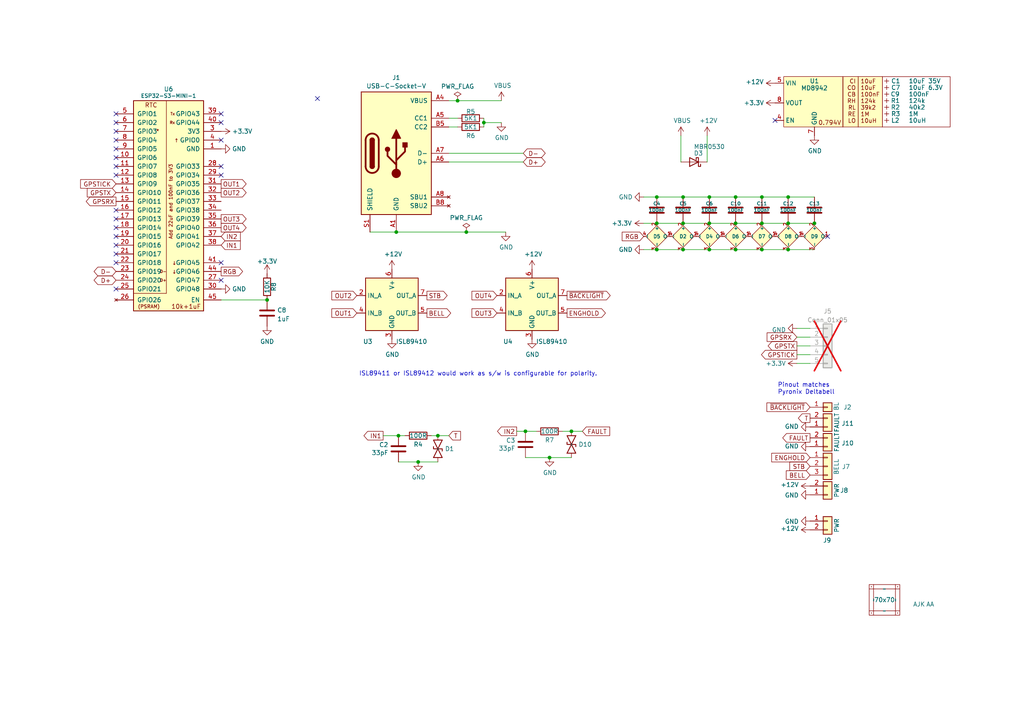
<source format=kicad_sch>
(kicad_sch (version 20250114) (generator "eeschema") (generator_version "9.0")
  (paper "A4")
  (title_block (title "bell box control") (date "${DATE}") (rev "2") (company "Adrian Kennard Andrews & Arnold Ltd") (comment 1 "@TheRealRevK") (comment 2 "www.me.uk"))
  (lib_symbols
    (symbol "Connector_Generic:Conn_01x01" (pin_names (offset 1.016) (hide yes))
      (property "Reference" "J" (at 0 2.54 0))
      (property "Value" "Conn_01x01" (at 0 -2.54 0))
      (symbol "Conn_01x01_1_1"
        (rectangle (start -1.27 1.27) (end 1.27 -1.27) (stroke (width 0.254)) (fill (type background)))
        (rectangle (start -1.27 0.127) (end 0 -0.127) (stroke (width 0.1524)))
        (pin passive line (at -5.08 0 0) (length 3.81) (name "Pin_1") (number "1"))
      )
    )
    (symbol "Connector_Generic:Conn_01x02" (pin_names (offset 1.016) (hide yes))
      (property "Reference" "J" (at 0 2.54 0))
      (property "Value" "Conn_01x02" (at 0 -5.08 0))
      (symbol "Conn_01x02_1_1"
        (rectangle (start -1.27 1.27) (end 1.27 -3.81) (stroke (width 0.254)) (fill (type background)))
        (rectangle (start -1.27 0.127) (end 0 -0.127) (stroke (width 0.1524)))
        (rectangle (start -1.27 -2.413) (end 0 -2.667) (stroke (width 0.1524)))
        (pin passive line (at -5.08 0 0) (length 3.81) (name "Pin_1") (number "1"))
        (pin passive line (at -5.08 -2.54 0) (length 3.81) (name "Pin_2") (number "2"))
      )
    )
    (symbol "Connector_Generic:Conn_01x03" (pin_names (offset 1.016) (hide yes))
      (property "Reference" "J" (at 0 5.08 0))
      (property "Value" "Conn_01x03" (at 0 -5.08 0))
      (symbol "Conn_01x03_1_1"
        (rectangle (start -1.27 3.81) (end 1.27 -3.81) (stroke (width 0.254)) (fill (type background)))
        (rectangle (start -1.27 2.667) (end 0 2.413) (stroke (width 0.1524)))
        (rectangle (start -1.27 0.127) (end 0 -0.127) (stroke (width 0.1524)))
        (rectangle (start -1.27 -2.413) (end 0 -2.667) (stroke (width 0.1524)))
        (pin passive line (at -5.08 2.54 0) (length 3.81) (name "Pin_1") (number "1"))
        (pin passive line (at -5.08 0 0) (length 3.81) (name "Pin_2") (number "2"))
        (pin passive line (at -5.08 -2.54 0) (length 3.81) (name "Pin_3") (number "3"))
      )
    )
    (symbol "Connector_Generic:Conn_01x05" (pin_names (offset 1.016) (hide yes))
      (property "Reference" "J" (at 0 7.62 0))
      (property "Value" "Conn_01x05" (at 0 -7.62 0))
      (symbol "Conn_01x05_1_1"
        (rectangle (start -1.27 6.35) (end 1.27 -6.35) (stroke (width 0.254)) (fill (type background)))
        (rectangle (start -1.27 5.207) (end 0 4.953) (stroke (width 0.1524)))
        (rectangle (start -1.27 2.667) (end 0 2.413) (stroke (width 0.1524)))
        (rectangle (start -1.27 0.127) (end 0 -0.127) (stroke (width 0.1524)))
        (rectangle (start -1.27 -2.413) (end 0 -2.667) (stroke (width 0.1524)))
        (rectangle (start -1.27 -4.953) (end 0 -5.207) (stroke (width 0.1524)))
        (pin passive line (at -5.08 5.08 0) (length 3.81) (name "Pin_1") (number "1"))
        (pin passive line (at -5.08 2.54 0) (length 3.81) (name "Pin_2") (number "2"))
        (pin passive line (at -5.08 0 0) (length 3.81) (name "Pin_3") (number "3"))
        (pin passive line (at -5.08 -2.54 0) (length 3.81) (name "Pin_4") (number "4"))
        (pin passive line (at -5.08 -5.08 0) (length 3.81) (name "Pin_5") (number "5"))
      )
    )
    (symbol "Device:C" (pin_numbers (hide yes)) (pin_names (offset 0.254))
      (property "Reference" "C" (at 0.635 2.54 0))
      (property "Value" "C" (at 0.635 -2.54 0))
      (symbol "C_0_1"
        (polyline (pts (xy -2.032 0.762) (xy 2.032 0.762)) (stroke (width 0.508)))
        (polyline (pts (xy -2.032 -0.762) (xy 2.032 -0.762)) (stroke (width 0.508)))
      )
      (symbol "C_1_1"
        (pin passive line (at 0 3.81 270) (length 2.794) (name "~") (number "1"))
        (pin passive line (at 0 -3.81 90) (length 2.794) (name "~") (number "2"))
      )
    )
    (symbol "Device:R" (pin_numbers (hide yes)) (pin_names (offset 0))
      (property "Reference" "R" (at 2.032 0 90))
      (property "Value" "R" (at 0 0 90))
      (symbol "R_0_1"
        (rectangle (start -1.016 -2.54) (end 1.016 2.54) (stroke (width 0.254)))
      )
      (symbol "R_1_1"
        (pin passive line (at 0 3.81 270) (length 1.27) (name "~") (number "1"))
        (pin passive line (at 0 -3.81 90) (length 1.27) (name "~") (number "2"))
      )
    )
    (symbol "Diode:1N5819" (pin_numbers (hide yes)) (pin_names (offset 1.016) (hide yes))
      (property "Reference" "D" (at 0 2.54 0))
      (property "Value" "1N5819" (at 0 -2.54 0))
      (symbol "1N5819_0_1"
        (polyline (pts (xy -1.905 0.635) (xy -1.905 1.27) (xy -1.27 1.27) (xy -1.27 -1.27) (xy -0.635 -1.27) (xy -0.635 -0.635)) (stroke (width 0.254)))
        (polyline (pts (xy 1.27 1.27) (xy 1.27 -1.27) (xy -1.27 0) (xy 1.27 1.27)) (stroke (width 0.254)))
        (polyline (pts (xy 1.27 0) (xy -1.27 0)))
      )
      (symbol "1N5819_1_1"
        (pin passive line (at -3.81 0 0) (length 2.54) (name "K") (number "1"))
        (pin passive line (at 3.81 0 180) (length 2.54) (name "A") (number "2"))
      )
    )
    (symbol "Driver_FET:EL7202CN"
      (property "Reference" "U" (at -7.62 8.89 0))
      (property "Value" "EL7202CN" (at 1.27 8.89 0))
      (symbol "EL7202CN_0_1"
        (rectangle (start -7.62 -7.62) (end 7.62 7.62) (stroke (width 0.254)) (fill (type background)))
      )
      (symbol "EL7202CN_1_1"
        (pin input line (at -10.16 2.54 0) (length 2.54) (name "IN_A") (number "2"))
        (pin input line (at -10.16 -2.54 0) (length 2.54) (name "IN_B") (number "4"))
        (pin no_connect line (at -7.62 0 0) (length 2.54) (hide yes) (name "NC") (number "1"))
        (pin power_in line (at 0 10.16 270) (length 2.54) (name "V+") (number "6"))
        (pin power_in line (at 0 -10.16 90) (length 2.54) (name "GND") (number "3"))
        (pin no_connect line (at 7.62 0 180) (length 2.54) (hide yes) (name "NC") (number "8"))
        (pin output line (at 10.16 2.54 180) (length 2.54) (name "OUT_A") (number "7"))
        (pin output line (at 10.16 -2.54 180) (length 2.54) (name "OUT_B") (number "5"))
      )
    )
    (symbol "RevK:AA" (pin_names (offset 1.016)) (in_bom no)
      (property "Value" "AA" (at 0 0 0))
    )
    (symbol "RevK:AJK" (pin_names (offset 1.016)) (in_bom no)
      (property "Value" "AJK" (at 0 0 0))
    )
    (symbol "RevK:ES05D1MC10" (pin_numbers (hide yes))
      (property "Reference" "D" (at 0 2.54 0))
      (symbol "ES05D1MC10_0_1"
        (polyline (pts (xy -2.54 1.27) (xy -2.54 -1.27) (xy 0 0) (xy -2.54 1.27)) (stroke (width 0.254)))
        (polyline (pts (xy 2.54 -1.27) (xy 2.54 1.27) (xy 0 0) (xy 2.54 -1.27)) (stroke (width 0.254)))
      )
      (symbol "ES05D1MC10_1_1"
        (polyline (pts (xy 0.635 1.27) (xy 0 1.27) (xy 0 -1.27) (xy -0.635 -1.27)) (stroke (width 0.254)))
        (pin passive line (at -3.81 0 0) (length 1.27) (name "~") (number "2"))
        (pin passive line (at 3.81 0 180) (length 1.27) (name "~") (number "1"))
      )
    )
    (symbol "RevK:ESP32-S3-MINI-1-N4R2" (pin_names (offset 1.016))
      (property "Reference" "U" (at 9.525 28.575 0))
      (property "Value" "ESP32-S3-MINI-1-N4R2" (at 0 31.115 0))
      (symbol "ESP32-S3-MINI-1-N4R2_0_0"
        (rectangle (start -10.16 30.48) (end 10.16 -30.48) (stroke (width 0.254)) (fill (type background)))
      )
      (symbol "ESP32-S3-MINI-1-N4R2_1_1"
        (polyline (pts (xy -10.16 -25.4) (xy -0.635 -25.4)))
        (polyline (pts (xy -0.635 30.48) (xy -0.635 -25.4)))
        (text "(PSRAM)" (at -5.715 -29.21 0) (effects (font (size 1 1))))
        (text "RTC" (at -5.08 29.21 0) (effects (font (size 1.27 1.27))))
        (text "*" (at -3.175 21.59 0) (effects (font (size 1.27 1.27))))
        (text "D-" (at -2.54 -19.05 0) (effects (font (size 0.8 0.8)) (justify left)))
        (text "D+" (at -2.54 -21.59 0) (effects (font (size 0.8 0.8)) (justify left)))
        (text "Add 22uF and 100nF to 3V3" (at 0.635 1.27 900) (effects (font (size 1 1))))
        (text "Tx" (at 1.905 26.67 0) (effects (font (size 0.8 0.8)) (justify right)))
        (text "Rx" (at 1.905 24.13 0) (effects (font (size 0.8 0.8)) (justify right)))
        (text "↓" (at 2.54 -16.51 0) (effects (font (size 1.27 1.27)) (justify right)))
        (text "↓" (at 2.54 -19.05 0) (effects (font (size 1.27 1.27)) (justify right)))
        (text "↑" (at 3.175 19.05 0) (effects (font (size 1.27 1.27)) (justify right)))
        (text "10k+1uF" (at 5.08 -29.21 0) (effects (font (size 1.27 1.27))))
        (pin passive line (at -15.24 26.67 0) (length 5.08) (name "GPIO1") (number "5"))
        (pin passive line (at -15.24 24.13 0) (length 5.08) (name "GPIO2") (number "6"))
        (pin passive line (at -15.24 21.59 0) (length 5.08) (name "GPIO3") (number "7"))
        (pin passive line (at -15.24 19.05 0) (length 5.08) (name "GPIO4") (number "8"))
        (pin passive line (at -15.24 16.51 0) (length 5.08) (name "GPIO5") (number "9"))
        (pin passive line (at -15.24 13.97 0) (length 5.08) (name "GPIO6") (number "10"))
        (pin passive line (at -15.24 11.43 0) (length 5.08) (name "GPIO7") (number "11"))
        (pin passive line (at -15.24 8.89 0) (length 5.08) (name "GPIO8") (number "12"))
        (pin passive line (at -15.24 6.35 0) (length 5.08) (name "GPIO9") (number "13"))
        (pin passive line (at -15.24 3.81 0) (length 5.08) (name "GPIO10") (number "14"))
        (pin passive line (at -15.24 1.27 0) (length 5.08) (name "GPIO11") (number "15"))
        (pin passive line (at -15.24 -1.27 0) (length 5.08) (name "GPIO12") (number "16"))
        (pin passive line (at -15.24 -3.81 0) (length 5.08) (name "GPIO13") (number "17"))
        (pin passive line (at -15.24 -6.35 0) (length 5.08) (name "GPIO14") (number "18"))
        (pin passive line (at -15.24 -8.89 0) (length 5.08) (name "GPIO15") (number "19"))
        (pin passive line (at -15.24 -11.43 0) (length 5.08) (name "GPIO16") (number "20"))
        (pin passive line (at -15.24 -13.97 0) (length 5.08) (name "GPIO17") (number "21"))
        (pin passive line (at -15.24 -16.51 0) (length 5.08) (name "GPIO18") (number "22"))
        (pin passive line (at -15.24 -19.05 0) (length 5.08) (name "GPIO19") (number "23"))
        (pin passive line (at -15.24 -21.59 0) (length 5.08) (name "GPIO20") (number "24"))
        (pin passive line (at -15.24 -24.13 0) (length 5.08) (name "GPIO21") (number "25"))
        (pin no_connect line (at -15.24 -27.305 0) (length 5.08) (name "GPIO26") (number "26"))
        (pin passive line (at 15.24 26.67 180) (length 5.08) (name "GPIO43") (number "39"))
        (pin passive line (at 15.24 24.13 180) (length 5.08) (name "GPIO44") (number "40"))
        (pin power_in line (at 15.24 21.59 180) (length 5.08) (name "3V3") (number "3"))
        (pin passive line (at 15.24 19.05 180) (length 5.08) (name "GPIO0") (number "4"))
        (pin power_in line (at 15.24 16.51 180) (length 5.08) (name "GND") (number "1"))
        (pin power_in line (at 15.24 16.51 180) (length 5.08) (hide yes) (name "GND") (number "2"))
        (pin power_in line (at 15.24 16.51 180) (length 5.08) (hide yes) (name "GND") (number "42"))
        (pin power_in line (at 15.24 16.51 180) (length 5.08) (hide yes) (name "GND") (number "43"))
        (pin power_in line (at 15.24 16.51 180) (length 5.08) (hide yes) (name "GND") (number "46"))
        (pin power_in line (at 15.24 16.51 180) (length 5.08) (hide yes) (name "GND") (number "47"))
        (pin power_in line (at 15.24 16.51 180) (length 5.08) (hide yes) (name "GND") (number "48"))
        (pin power_in line (at 15.24 16.51 180) (length 5.08) (hide yes) (name "GND") (number "49"))
        (pin power_in line (at 15.24 16.51 180) (length 5.08) (hide yes) (name "GND") (number "50"))
        (pin power_in line (at 15.24 16.51 180) (length 5.08) (hide yes) (name "GND") (number "51"))
        (pin power_in line (at 15.24 16.51 180) (length 5.08) (hide yes) (name "GND") (number "52"))
        (pin power_in line (at 15.24 16.51 180) (length 5.08) (hide yes) (name "GND") (number "53"))
        (pin power_in line (at 15.24 16.51 180) (length 5.08) (hide yes) (name "GND") (number "54"))
        (pin power_in line (at 15.24 16.51 180) (length 5.08) (hide yes) (name "GND") (number "55"))
        (pin power_in line (at 15.24 16.51 180) (length 5.08) (hide yes) (name "GND") (number "56"))
        (pin power_in line (at 15.24 16.51 180) (length 5.08) (hide yes) (name "GND") (number "57"))
        (pin power_in line (at 15.24 16.51 180) (length 5.08) (hide yes) (name "GND") (number "58"))
        (pin power_in line (at 15.24 16.51 180) (length 5.08) (hide yes) (name "GND") (number "59"))
        (pin power_in line (at 15.24 16.51 180) (length 5.08) (hide yes) (name "GND") (number "60"))
        (pin power_in line (at 15.24 16.51 180) (length 5.08) (hide yes) (name "GND") (number "61"))
        (pin power_in line (at 15.24 16.51 180) (length 5.08) (hide yes) (name "GND") (number "62"))
        (pin power_in line (at 15.24 16.51 180) (length 5.08) (hide yes) (name "GND") (number "63"))
        (pin power_in line (at 15.24 16.51 180) (length 5.08) (hide yes) (name "GND") (number "64"))
        (pin power_in line (at 15.24 16.51 180) (length 5.08) (hide yes) (name "GND") (number "65"))
        (pin passive line (at 15.24 11.43 180) (length 5.08) (name "GPIO33") (number "28"))
        (pin passive line (at 15.24 8.89 180) (length 5.08) (name "GPIO34") (number "29"))
        (pin passive line (at 15.24 6.35 180) (length 5.08) (name "GPIO35") (number "31"))
        (pin passive line (at 15.24 3.81 180) (length 5.08) (name "GPIO36") (number "32"))
        (pin passive line (at 15.24 1.27 180) (length 5.08) (name "GPIO37") (number "33"))
        (pin passive line (at 15.24 -1.27 180) (length 5.08) (name "GPIO38") (number "34"))
        (pin passive line (at 15.24 -3.81 180) (length 5.08) (name "GPIO39") (number "35"))
        (pin passive line (at 15.24 -6.35 180) (length 5.08) (name "GPIO40") (number "36"))
        (pin passive line (at 15.24 -8.89 180) (length 5.08) (name "GPIO41") (number "37"))
        (pin passive line (at 15.24 -11.43 180) (length 5.08) (name "GPIO42") (number "38"))
        (pin passive line (at 15.24 -16.51 180) (length 5.08) (name "GPIO45") (number "41"))
        (pin passive line (at 15.24 -19.05 180) (length 5.08) (name "GPIO46") (number "44"))
        (pin passive line (at 15.24 -21.59 180) (length 5.08) (name "GPIO47") (number "27"))
        (pin passive line (at 15.24 -24.13 180) (length 5.08) (name "GPIO48") (number "30"))
        (pin input line (at 15.24 -27.305 180) (length 5.08) (name "EN") (number "45"))
      )
    )
    (symbol "RevK:Hidden" (pin_names (offset 1.016)) (in_bom no)
      (property "Reference" "Z" (at 0.635 0 0))
      (property "Value" "Hidden" (at 4.445 0 0))
      (symbol "Hidden_0_1"
        (polyline (pts (xy -0.635 0) (xy 0.635 0)) (stroke (width 0.1524)))
        (polyline (pts (xy 0 0.635) (xy 0 -0.635)) (stroke (width 0.1524)))
      )
    )
    (symbol "RevK:MD89420-RegBlock"
      (property "Reference" "U" (at -0.635 4.445 0))
      (property "Value" "MD8942" (at 0 6.35 0))
      (symbol "MD89420-RegBlock_1_1"
        (rectangle (start -8.89 7.62) (end 8.255 -6.985) (fill (type background)))
        (rectangle (start 8.255 7.62) (end 12.7 -6.985) (fill (type background)))
        (rectangle (start 12.7 7.62) (end 19.685 -6.985) (fill (type background)))
        (rectangle (start 19.685 7.62) (end 39.37 -6.985))
        (text "0.794V" (at 4.445 -5.715 0) (effects (font (size 1.27 1.27))))
        (text "CI\nCO\nCB\nRH\nRL\nRE\nLO" (at 12.065 6.985 0) (effects (font (size 1.185 1.185)) (justify right top)))
        (text "10uF\n10uF\n100nF\n124k\n39k2\n1M\n10uH" (at 13.335 6.985 0) (effects (font (size 1.185 1.185)) (justify left top)))
        (pin power_in line (at -11.43 5.715 0) (length 2.54) (name "VIN") (number "5"))
        (pin power_out line (at -11.43 0 0) (length 2.54) (name "VOUT") (number "8"))
        (pin input line (at -11.43 -5.08 0) (length 2.54) (name "EN") (number "4"))
        (pin power_in line (at 0 -9.525 90) (length 2.54) (hide yes) (name "GND") (number "2"))
        (pin power_in line (at 0 -9.525 90) (length 2.54) (name "GND") (number "7"))
        (pin no_connect line (at 5.715 1.905 0) (length 2.54) (hide yes) (name "") (number "3"))
        (pin no_connect line (at 5.715 0 0) (length 2.54) (hide yes) (name "") (number "1"))
        (pin no_connect line (at 5.715 -1.905 0) (length 2.54) (hide yes) (name "") (number "6"))
      )
    )
    (symbol "RevK:PCB" (in_bom no)
      (property "Value" "XxY" (at 0 0 0))
      (symbol "PCB_0_1"
        (rectangle (start -4.445 4.445) (end 4.445 -4.445))
        (circle (center -3.81 3.81) (radius 0.0001))
        (circle (center -3.81 -3.81) (radius 0.0001))
        (circle (center 3.81 3.81) (radius 0.0001))
        (circle (center 3.81 -3.81) (radius 0.0001))
      )
    )
    (symbol "RevK:USB-C-Socket-H" (pin_names (offset 1.016))
      (property "Reference" "J" (at -10.16 19.05 0))
      (property "Value" "USB-C-Socket-V" (at 0.635 12.7 0))
      (symbol "USB-C-Socket-H_0_1"
        (rectangle (start -10.16 17.78) (end 10.16 -17.78) (stroke (width 0.254)) (fill (type background)))
        (polyline (pts (xy -8.89 -3.81) (xy -8.89 3.81)) (stroke (width 0.508)))
        (rectangle (start -7.62 -3.81) (end -6.35 3.81) (stroke (width 0.254)) (fill (type outline)))
        (arc (start -7.62 3.81) (mid -6.985 4.4423) (end -6.35 3.81) (stroke (width 0.254)))
        (arc (start -7.62 3.81) (mid -6.985 4.4423) (end -6.35 3.81) (stroke (width 0.254)) (fill (type outline)))
        (arc (start -8.89 3.81) (mid -6.985 5.7067) (end -5.08 3.81) (stroke (width 0.508)))
        (arc (start -5.08 -3.81) (mid -6.985 -5.7067) (end -8.89 -3.81) (stroke (width 0.508)))
        (arc (start -6.35 -3.81) (mid -6.985 -4.4423) (end -7.62 -3.81) (stroke (width 0.254)))
        (arc (start -6.35 -3.81) (mid -6.985 -4.4423) (end -7.62 -3.81) (stroke (width 0.254)) (fill (type outline)))
        (polyline (pts (xy -5.08 3.81) (xy -5.08 -3.81)) (stroke (width 0.508)))
        (circle (center -2.54 1.143) (radius 0.635) (stroke (width 0.254)) (fill (type outline)))
        (polyline (pts (xy -1.27 4.318) (xy 0 6.858) (xy 1.27 4.318) (xy -1.27 4.318)) (stroke (width 0.254)) (fill (type outline)))
        (polyline (pts (xy 0 -2.032) (xy 2.54 0.508) (xy 2.54 1.778)) (stroke (width 0.508)))
        (polyline (pts (xy 0 -3.302) (xy -2.54 -0.762) (xy -2.54 0.508)) (stroke (width 0.508)))
        (polyline (pts (xy 0 -5.842) (xy 0 4.318)) (stroke (width 0.508)))
        (circle (center 0 -5.842) (radius 1.27) (fill (type outline)))
        (rectangle (start 1.905 1.778) (end 3.175 3.048) (stroke (width 0.254)) (fill (type outline)))
      )
      (symbol "USB-C-Socket-H_1_1"
        (pin passive line (at -7.62 -22.86 90) (length 5.08) (name "SHIELD") (number "S1"))
        (pin passive line (at 0 -22.86 90) (length 5.08) (name "GND") (number "A1"))
        (pin passive line (at 0 -22.86 90) (length 5.08) (hide yes) (name "GND") (number "A12"))
        (pin passive line (at 0 -22.86 90) (length 5.08) (hide yes) (name "GND") (number "B1"))
        (pin passive line (at 0 -22.86 90) (length 5.08) (hide yes) (name "GND") (number "B12"))
        (pin passive line (at 15.24 15.24 180) (length 5.08) (name "VBUS") (number "A4"))
        (pin passive line (at 15.24 15.24 180) (length 5.08) (hide yes) (name "VBUS") (number "A9"))
        (pin passive line (at 15.24 15.24 180) (length 5.08) (hide yes) (name "VBUS") (number "B4"))
        (pin passive line (at 15.24 15.24 180) (length 5.08) (hide yes) (name "VBUS") (number "B9"))
        (pin bidirectional line (at 15.24 10.16 180) (length 5.08) (name "CC1") (number "A5"))
        (pin bidirectional line (at 15.24 7.62 180) (length 5.08) (name "CC2") (number "B5"))
        (pin bidirectional line (at 15.24 0 180) (length 5.08) (name "D-") (number "A7"))
        (pin bidirectional line (at 15.24 0 180) (length 5.08) (hide yes) (name "D-") (number "B7"))
        (pin bidirectional line (at 15.24 -2.54 180) (length 5.08) (name "D+") (number "A6"))
        (pin bidirectional line (at 15.24 -2.54 180) (length 5.08) (hide yes) (name "D+") (number "B6"))
        (pin no_connect line (at 15.24 -12.7 180) (length 5.08) (name "SBU1") (number "A8"))
        (pin no_connect line (at 15.24 -15.24 180) (length 5.08) (name "SBU2") (number "B8"))
      )
    )
    (symbol "RevK:VCUT" (in_bom no)
      (symbol "VCUT_0_1"
        (polyline (pts (xy -4.445 0) (xy 4.445 0)))
      )
    )
    (symbol "RevK:WS2812B-1mm" (pin_names (offset 0.254))
      (property "Reference" "D" (at 0 0 0))
      (symbol "WS2812B-1mm_1_1"
        (polyline (pts (xy 0 3.175) (xy 3.175 0) (xy 0 -3.175) (xy -3.175 0) (xy 0 3.175)) (fill (type background)))
        (pin input line (at -3.81 0 0) (length 0.5) (name "I") (number "4"))
        (pin power_in line (at 0 3.81 270) (length 0.5) (name "-") (number "3"))
        (pin power_in line (at 0 -3.81 90) (length 0.5) (name "+") (number "2"))
        (pin output line (at 3.81 0 180) (length 0.5) (name "O") (number "1"))
      )
    )
    (symbol "power:+12V" (power) (pin_names (offset 0))
      (property "Value" "+12V" (at 0 3.556 0))
      (symbol "+12V_0_1"
        (polyline (pts (xy -0.762 1.27) (xy 0 2.54)))
        (polyline (pts (xy 0 2.54) (xy 0.762 1.27)))
        (polyline (pts (xy 0 0) (xy 0 2.54)))
      )
      (symbol "+12V_1_1"
        (pin power_in line (at 0 0 90) (length 0) (hide yes) (name "+12V") (number "1"))
      )
    )
    (symbol "power:+3.3V" (power) (pin_names (offset 0))
      (property "Value" "+3.3V" (at 0 3.556 0))
      (symbol "+3.3V_0_1"
        (polyline (pts (xy -0.762 1.27) (xy 0 2.54)))
        (polyline (pts (xy 0 2.54) (xy 0.762 1.27)))
        (polyline (pts (xy 0 0) (xy 0 2.54)))
      )
      (symbol "+3.3V_1_1"
        (pin power_in line (at 0 0 90) (length 0) (hide yes) (name "+3.3V") (number "1"))
      )
    )
    (symbol "power:GND" (power) (pin_names (offset 0))
      (property "Value" "GND" (at 0 -3.81 0))
      (symbol "GND_0_1"
        (polyline (pts (xy 0 0) (xy 0 -1.27) (xy 1.27 -1.27) (xy 0 -2.54) (xy -1.27 -1.27) (xy 0 -1.27)))
      )
      (symbol "GND_1_1"
        (pin power_in line (at 0 0 270) (length 0) (hide yes) (name "GND") (number "1"))
      )
    )
    (symbol "power:PWR_FLAG" (power) (pin_numbers (hide yes)) (pin_names (offset 0) (hide yes))
      (property "Value" "PWR_FLAG" (at 0 3.81 0))
      (symbol "PWR_FLAG_0_0"
        (pin power_out line (at 0 0 90) (length 0) (name "pwr") (number "1"))
      )
      (symbol "PWR_FLAG_0_1"
        (polyline (pts (xy 0 0) (xy 0 1.27) (xy -1.016 1.905) (xy 0 2.54) (xy 1.016 1.905) (xy 0 1.27)))
      )
    )
    (symbol "power:VBUS" (power) (pin_names (offset 0))
      (property "Value" "VBUS" (at 0 3.81 0))
      (symbol "VBUS_0_1"
        (polyline (pts (xy -0.762 1.27) (xy 0 2.54)))
        (polyline (pts (xy 0 2.54) (xy 0.762 1.27)))
        (polyline (pts (xy 0 0) (xy 0 2.54)))
      )
      (symbol "VBUS_1_1"
        (pin power_in line (at 0 0 90) (length 0) (hide yes) (name "VBUS") (number "1"))
      )
    )
  )
  (text "Pinout matches\nPyronix Deltabell" (at 225.552 114.554 0) (effects (font (size 1.27 1.27)) (justify left bottom)))
  (text "ISL89411 or ISL89412 would work as s/w is configurable for polarity." (at 104.14 109.22 0) (effects (font (size 1.27 1.27)) (justify left bottom)))
  (junction (at 236.22 64.77))
  (junction (at 127 126.365))
  (junction (at 228.6 57.15))
  (junction (at 121.285 133.985))
  (junction (at 198.12 57.15))
  (junction (at 228.6 72.39))
  (junction (at 220.98 57.15))
  (junction (at 228.6 64.77))
  (junction (at 190.5 57.15))
  (junction (at 152.4 125.095))
  (junction (at 220.98 72.39))
  (junction (at 190.5 72.39))
  (junction (at 114.935 67.31))
  (junction (at 165.735 125.095))
  (junction (at 213.36 57.15))
  (junction (at 220.98 64.77))
  (junction (at 198.12 64.77))
  (junction (at 135.255 67.31))
  (junction (at 190.5 64.77))
  (junction (at 205.74 72.39))
  (junction (at 132.715 29.21))
  (junction (at 205.74 64.77))
  (junction (at 115.57 126.365))
  (junction (at 213.36 64.77))
  (junction (at 205.74 57.15))
  (junction (at 213.36 72.39))
  (junction (at 140.335 35.56))
  (junction (at 77.47 86.995))
  (junction (at 198.12 72.39))
  (junction (at 159.385 132.715))
  (no_connect (at 33.655 63.5))
  (no_connect (at 33.655 38.1))
  (no_connect (at 64.135 48.26))
  (no_connect (at 33.655 68.58))
  (no_connect (at 64.135 50.8))
  (no_connect (at 33.655 76.2))
  (no_connect (at 33.655 83.82))
  (no_connect (at 33.655 48.26))
  (no_connect (at 64.135 40.64))
  (no_connect (at 33.655 50.8))
  (no_connect (at 64.135 33.02))
  (no_connect (at 33.655 43.18))
  (no_connect (at 64.135 35.56))
  (no_connect (at 240.03 68.58))
  (no_connect (at 33.655 66.04))
  (no_connect (at 33.655 71.12))
  (no_connect (at 64.135 81.28))
  (no_connect (at 33.655 73.66))
  (no_connect (at 33.655 45.72))
  (no_connect (at 33.655 35.56))
  (no_connect (at 224.79 34.925))
  (no_connect (at 33.655 40.64))
  (no_connect (at 64.135 76.2))
  (no_connect (at 33.655 60.96))
  (no_connect (at 33.655 33.02))
  (no_connect (at 92.075 28.575))
  (wire (pts (xy 159.385 132.715) (xy 165.735 132.715)))
  (wire (pts (xy 130.175 36.83) (xy 132.715 36.83)))
  (wire (pts (xy 220.98 72.39) (xy 228.6 72.39)))
  (wire (pts (xy 127 126.365) (xy 125.095 126.365)))
  (wire (pts (xy 234.95 97.79) (xy 231.14 97.79)))
  (wire (pts (xy 140.335 35.56) (xy 140.335 36.83)))
  (wire (pts (xy 190.5 72.39) (xy 198.12 72.39)))
  (wire (pts (xy 149.86 125.095) (xy 152.4 125.095)))
  (wire (pts (xy 64.135 86.995) (xy 77.47 86.995)))
  (wire (pts (xy 213.36 57.15) (xy 220.98 57.15)))
  (wire (pts (xy 205.105 46.99) (xy 205.105 39.37)))
  (wire (pts (xy 140.335 34.29) (xy 140.335 35.56)))
  (wire (pts (xy 228.6 64.77) (xy 236.22 64.77)))
  (wire (pts (xy 228.6 72.39) (xy 236.22 72.39)))
  (wire (pts (xy 163.195 125.095) (xy 165.735 125.095)))
  (wire (pts (xy 205.74 57.15) (xy 213.36 57.15)))
  (wire (pts (xy 213.36 72.39) (xy 220.98 72.39)))
  (wire (pts (xy 115.57 126.365) (xy 117.475 126.365)))
  (wire (pts (xy 186.69 64.77) (xy 190.5 64.77)))
  (wire (pts (xy 186.69 57.15) (xy 190.5 57.15)))
  (wire (pts (xy 228.6 57.15) (xy 236.22 57.15)))
  (wire (pts (xy 130.175 29.21) (xy 132.715 29.21)))
  (wire (pts (xy 114.935 67.31) (xy 135.255 67.31)))
  (wire (pts (xy 197.485 46.99) (xy 197.485 39.37)))
  (wire (pts (xy 234.95 105.41) (xy 231.14 105.41)))
  (wire (pts (xy 190.5 64.77) (xy 198.12 64.77)))
  (wire (pts (xy 135.255 67.31) (xy 146.685 67.31)))
  (wire (pts (xy 127 126.365) (xy 130.175 126.365)))
  (wire (pts (xy 107.315 67.31) (xy 114.935 67.31)))
  (wire (pts (xy 111.125 126.365) (xy 115.57 126.365)))
  (wire (pts (xy 234.95 102.87) (xy 231.14 102.87)))
  (wire (pts (xy 130.175 46.99) (xy 151.765 46.99)))
  (wire (pts (xy 152.4 132.715) (xy 159.385 132.715)))
  (wire (pts (xy 198.12 64.77) (xy 205.74 64.77)))
  (wire (pts (xy 115.57 133.985) (xy 121.285 133.985)))
  (wire (pts (xy 198.12 72.39) (xy 205.74 72.39)))
  (wire (pts (xy 234.95 100.33) (xy 231.14 100.33)))
  (wire (pts (xy 220.98 57.15) (xy 228.6 57.15)))
  (wire (pts (xy 186.69 72.39) (xy 190.5 72.39)))
  (wire (pts (xy 130.175 44.45) (xy 151.765 44.45)))
  (wire (pts (xy 152.4 125.095) (xy 155.575 125.095)))
  (wire (pts (xy 213.36 64.77) (xy 220.98 64.77)))
  (wire (pts (xy 205.74 64.77) (xy 213.36 64.77)))
  (wire (pts (xy 145.415 35.56) (xy 140.335 35.56)))
  (wire (pts (xy 132.715 29.21) (xy 145.415 29.21)))
  (wire (pts (xy 198.12 57.15) (xy 205.74 57.15)))
  (wire (pts (xy 220.98 64.77) (xy 228.6 64.77)))
  (wire (pts (xy 205.74 72.39) (xy 213.36 72.39)))
  (wire (pts (xy 130.175 34.29) (xy 132.715 34.29)))
  (wire (pts (xy 121.285 133.985) (xy 127 133.985)))
  (wire (pts (xy 234.95 95.25) (xy 231.14 95.25)))
  (wire (pts (xy 190.5 57.15) (xy 198.12 57.15)))
  (wire (pts (xy 165.735 125.095) (xy 168.91 125.095)))
  (global_label "GPSTICK" (shape input) (at 33.655 53.34 180) (property "Intersheetrefs" "${INTERSHEET_REFS}" (effects (hide yes))))
  (global_label "OUT1" (shape input) (at 103.505 90.805 180) (property "Intersheetrefs" "${INTERSHEET_REFS}" (effects (hide yes))))
  (global_label "RGB" (shape output) (at 64.135 78.74 0) (property "Intersheetrefs" "${INTERSHEET_REFS}" (effects (hide yes))))
  (global_label "GPSTX" (shape output) (at 231.14 100.33 180) (property "Intersheetrefs" "${INTERSHEET_REFS}" (effects (hide yes))))
  (global_label "FAULT" (shape output) (at 234.95 127 180) (property "Intersheetrefs" "${INTERSHEET_REFS}" (effects (hide yes))))
  (global_label "IN1" (shape input) (at 64.135 71.12 0) (property "Intersheetrefs" "${INTERSHEET_REFS}" (effects (hide yes))))
  (global_label "BELL" (shape input) (at 234.95 137.795 180) (property "Intersheetrefs" "${INTERSHEET_REFS}" (effects (hide yes))))
  (global_label "GPSRX" (shape input) (at 231.14 97.79 180) (property "Intersheetrefs" "${INTERSHEET_REFS}" (effects (hide yes))))
  (global_label "IN2" (shape input) (at 64.135 68.58 0) (property "Intersheetrefs" "${INTERSHEET_REFS}" (effects (hide yes))))
  (global_label "OUT3" (shape output) (at 64.135 63.5 0) (property "Intersheetrefs" "${INTERSHEET_REFS}" (effects (hide yes))))
  (global_label "ENGHOLD" (shape input) (at 234.95 132.715 180) (property "Intersheetrefs" "${INTERSHEET_REFS}" (effects (hide yes))))
  (global_label "OUT3" (shape input) (at 144.145 90.805 180) (property "Intersheetrefs" "${INTERSHEET_REFS}" (effects (hide yes))))
  (global_label "OUT2" (shape input) (at 103.505 85.725 180) (property "Intersheetrefs" "${INTERSHEET_REFS}" (effects (hide yes))))
  (global_label "GPSRX" (shape output) (at 33.655 58.42 180) (property "Intersheetrefs" "${INTERSHEET_REFS}" (effects (hide yes))))
  (global_label "FAULT" (shape input) (at 168.91 125.095 0) (property "Intersheetrefs" "${INTERSHEET_REFS}" (effects (hide yes))))
  (global_label "ENGHOLD" (shape output) (at 164.465 90.805 0) (property "Intersheetrefs" "${INTERSHEET_REFS}" (effects (hide yes))))
  (global_label "IN2" (shape output) (at 149.86 125.095 180) (property "Intersheetrefs" "${INTERSHEET_REFS}" (effects (hide yes))))
  (global_label "GPSTICK" (shape output) (at 231.14 102.87 180) (property "Intersheetrefs" "${INTERSHEET_REFS}" (effects (hide yes))))
  (global_label "D+" (shape bidirectional) (at 151.765 46.99 0) (property "Intersheetrefs" "${INTERSHEET_REFS}" (effects (hide yes))))
  (global_label "RGB" (shape input) (at 186.69 68.58 180) (property "Intersheetrefs" "${INTERSHEET_REFS}" (effects (hide yes))))
  (global_label "~{BACKLIGHT}" (shape input) (at 234.95 118.11 180) (property "Intersheetrefs" "${INTERSHEET_REFS}" (effects (hide yes))))
  (global_label "OUT2" (shape output) (at 64.135 55.88 0) (property "Intersheetrefs" "${INTERSHEET_REFS}" (effects (hide yes))))
  (global_label "D-" (shape bidirectional) (at 151.765 44.45 0) (property "Intersheetrefs" "${INTERSHEET_REFS}" (effects (hide yes))))
  (global_label "OUT1" (shape output) (at 64.135 53.34 0) (property "Intersheetrefs" "${INTERSHEET_REFS}" (effects (hide yes))))
  (global_label "T" (shape input) (at 130.175 126.365 0) (property "Intersheetrefs" "${INTERSHEET_REFS}" (effects (hide yes))))
  (global_label "OUT4" (shape input) (at 144.145 85.725 180) (property "Intersheetrefs" "${INTERSHEET_REFS}" (effects (hide yes))))
  (global_label "~{BACKLIGHT}" (shape output) (at 164.465 85.725 0) (property "Intersheetrefs" "${INTERSHEET_REFS}" (effects (hide yes))))
  (global_label "D-" (shape bidirectional) (at 33.655 78.74 180) (property "Intersheetrefs" "${INTERSHEET_REFS}" (effects (hide yes))))
  (global_label "GPSTX" (shape input) (at 33.655 55.88 180) (property "Intersheetrefs" "${INTERSHEET_REFS}" (effects (hide yes))))
  (global_label "T" (shape output) (at 234.95 121.285 180) (property "Intersheetrefs" "${INTERSHEET_REFS}" (effects (hide yes))))
  (global_label "STB" (shape output) (at 123.825 85.725 0) (property "Intersheetrefs" "${INTERSHEET_REFS}" (effects (hide yes))))
  (global_label "D+" (shape bidirectional) (at 33.655 81.28 180) (property "Intersheetrefs" "${INTERSHEET_REFS}" (effects (hide yes))))
  (global_label "OUT4" (shape output) (at 64.135 66.04 0) (property "Intersheetrefs" "${INTERSHEET_REFS}" (effects (hide yes))))
  (global_label "STB" (shape input) (at 234.95 135.255 180) (property "Intersheetrefs" "${INTERSHEET_REFS}" (effects (hide yes))))
  (global_label "IN1" (shape output) (at 111.125 126.365 180) (property "Intersheetrefs" "${INTERSHEET_REFS}" (effects (hide yes))))
  (global_label "BELL" (shape output) (at 123.825 90.805 0) (property "Intersheetrefs" "${INTERSHEET_REFS}" (effects (hide yes))))
  (symbol (lib_id "Device:R") (at 136.525 34.29 90) (unit 1)
    (property "Reference" "R5" (at 136.525 32.385 90))
    (property "Value" "5K1" (at 136.525 34.29 90))
    (property "Footprint" "RevK:R_0402" (effects (hide yes)))
  )
  (symbol (lib_id "power:VBUS") (at 145.415 29.21 0) (unit 1)
    (property "Reference" "#PWR018" (effects (hide yes)))
    (property "Value" "VBUS" (at 145.796 24.8158 0))
  )
  (symbol (lib_id "power:GND") (at 145.415 35.56 0) (unit 1)
    (property "Reference" "#PWR019" (effects (hide yes)))
    (property "Value" "GND" (at 145.542 39.9542 0))
  )
  (symbol (lib_id "power:GND") (at 146.685 67.31 0) (unit 1)
    (property "Reference" "#PWR020" (effects (hide yes)))
    (property "Value" "GND" (at 146.812 71.7042 0))
  )
  (symbol (lib_id "Device:R") (at 136.525 36.83 270) (unit 1)
    (property "Reference" "R6" (at 136.525 39.37 90))
    (property "Value" "5K1" (at 136.525 36.83 90))
    (property "Footprint" "RevK:R_0402" (effects (hide yes)))
  )
  (symbol (lib_id "RevK:AJK") (at 266.7 175.26 0) (unit 1) (in_bom no)
    (property "Reference" "AJK1" (effects (hide yes)))
    (property "Value" "AJK" (at 264.795 175.26 0) (effects (justify left)))
    (property "Footprint" "RevK:AJK" (effects (hide yes)))
    (property "Note" "Non part, PCB printed" (effects (hide yes)))
  )
  (symbol (lib_id "power:+12V") (at 205.105 39.37 0) (unit 1)
    (property "Reference" "#PWR029" (effects (hide yes)))
    (property "Value" "+12V" (at 205.486 34.9758 0))
  )
  (symbol (lib_id "power:VBUS") (at 197.485 39.37 0) (unit 1)
    (property "Reference" "#PWR028" (effects (hide yes)))
    (property "Value" "VBUS" (at 197.866 34.9758 0))
  )
  (symbol (lib_id "RevK:AA") (at 269.24 175.26 0) (unit 1) (in_bom no)
    (property "Reference" "U7" (effects (hide yes)))
    (property "Value" "AA" (at 268.605 175.26 0) (effects (justify left)))
    (property "Footprint" "RevK:AA" (effects (hide yes)))
    (property "Note" "Non part, PCB printed" (effects (hide yes)))
  )
  (symbol (lib_id "Device:R") (at 121.285 126.365 270) (unit 1)
    (property "Reference" "R4" (at 121.285 128.905 90))
    (property "Value" "100R" (at 121.285 126.365 90))
    (property "Footprint" "RevK:R_0402" (effects (hide yes)))
  )
  (symbol (lib_id "Device:C") (at 115.57 130.175 0) (mirror y) (unit 1)
    (property "Reference" "C2" (at 112.649 129.0066 0) (effects (justify left)))
    (property "Value" "33pF" (at 112.649 131.318 0) (effects (justify left)))
    (property "Footprint" "RevK:C_0402" (effects (hide yes)))
  )
  (symbol (lib_id "power:GND") (at 121.285 133.985 0) (unit 1)
    (property "Reference" "#PWR014" (effects (hide yes)))
    (property "Value" "GND" (at 121.412 138.3792 0))
  )
  (symbol (lib_id "Device:R") (at 159.385 125.095 270) (unit 1)
    (property "Reference" "R7" (at 159.385 127.635 90))
    (property "Value" "100R" (at 159.385 125.095 90))
    (property "Footprint" "RevK:R_0402" (effects (hide yes)))
  )
  (symbol (lib_id "Device:C") (at 152.4 128.905 0) (mirror y) (unit 1)
    (property "Reference" "C3" (at 149.479 127.7366 0) (effects (justify left)))
    (property "Value" "33pF" (at 149.479 130.048 0) (effects (justify left)))
    (property "Footprint" "RevK:C_0402" (effects (hide yes)))
  )
  (symbol (lib_id "power:GND") (at 159.385 132.715 0) (unit 1)
    (property "Reference" "#PWR022" (effects (hide yes)))
    (property "Value" "GND" (at 159.512 137.1092 0))
  )
  (symbol (lib_id "power:GND") (at 234.95 143.51 270) (unit 1)
    (property "Reference" "#PWR038" (effects (hide yes)))
    (property "Value" "GND" (at 231.6988 143.637 90) (effects (justify right)))
  )
  (symbol (lib_id "power:+12V") (at 234.95 140.97 90) (unit 1)
    (property "Reference" "#PWR037" (effects (hide yes)))
    (property "Value" "+12V" (at 231.6988 140.589 90) (effects (justify left)))
  )
  (symbol (lib_id "power:GND") (at 113.665 98.425 0) (unit 1)
    (property "Reference" "#PWR016" (effects (hide yes)))
    (property "Value" "GND" (at 113.792 102.8192 0))
  )
  (symbol (lib_id "power:+12V") (at 113.665 78.105 0) (unit 1)
    (property "Reference" "#PWR015" (effects (hide yes)))
    (property "Value" "+12V" (at 114.046 73.7108 0))
  )
  (symbol (lib_id "power:GND") (at 234.95 129.54 270) (mirror x) (unit 1)
    (property "Reference" "#PWR036" (effects (hide yes)))
    (property "Value" "GND" (at 231.6988 129.413 90) (effects (justify right)))
  )
  (symbol (lib_id "power:GND") (at 154.305 98.425 0) (unit 1)
    (property "Reference" "#PWR024" (effects (hide yes)))
    (property "Value" "GND" (at 154.432 102.8192 0))
  )
  (symbol (lib_id "power:+12V") (at 154.305 78.105 0) (unit 1)
    (property "Reference" "#PWR023" (effects (hide yes)))
    (property "Value" "+12V" (at 154.686 73.7108 0))
  )
  (symbol (lib_id "Driver_FET:EL7202CN") (at 113.665 88.265 0) (unit 1)
    (property "Reference" "U3" (at 106.68 99.06 0))
    (property "Value" "ISL89410" (at 119.38 99.06 0))
    (property "Footprint" "RevK:SO-8_3.9x4.9mm_P1.27mm" (effects (hide yes)))
    (property "Datasheet" "http://www.intersil.com/content/dam/Intersil/documents/el72/el7202-12-22.pdf" (effects (hide yes)))
    (property "MPN" "C635887" (effects (hide yes)))
  )
  (symbol (lib_id "Driver_FET:EL7202CN") (at 154.305 88.265 0) (unit 1)
    (property "Reference" "U4" (at 147.32 99.06 0))
    (property "Value" "ISL89410" (at 160.02 99.06 0))
    (property "Footprint" "RevK:SO-8_3.9x4.9mm_P1.27mm" (effects (hide yes)))
    (property "Datasheet" "http://www.intersil.com/content/dam/Intersil/documents/el72/el7202-12-22.pdf" (effects (hide yes)))
    (property "MPN" "C635887" (effects (hide yes)))
  )
  (symbol (lib_id "power:GND") (at 186.69 57.15 270) (unit 1)
    (property "Reference" "#PWR04" (effects (hide yes)))
    (property "Value" "GND" (at 183.5151 57.15 90) (effects (justify right)))
  )
  (symbol (lib_id "Connector_Generic:Conn_01x02") (at 240.03 129.54 0) (mirror x) (unit 1)
    (property "Reference" "J10" (at 245.872 128.524 0))
    (property "Value" "FAULT" (at 242.697 128.27 90))
    (property "Footprint" "RevK:WAGO-2060-452-998-404" (effects (hide yes)))
    (property "Description" "Generic connector, single row, 01x02, script generated (kicad-library-utils/schlib/autogen/connector/)" (effects (hide yes)))
    (property "MPN" "C2765055" (effects (hide yes)))
  )
  (symbol (lib_id "power:GND") (at 234.95 123.825 270) (mirror x) (unit 1)
    (property "Reference" "#PWR042" (effects (hide yes)))
    (property "Value" "GND" (at 231.6988 123.698 90) (effects (justify right)))
  )
  (symbol (lib_id "power:+3.3V") (at 224.79 29.845 90) (unit 1)
    (property "Reference" "#PWR01" (effects (hide yes)))
    (property "Value" "+3.3V" (at 221.615 29.845 90) (effects (justify left)))
  )
  (symbol (lib_id "Connector_Generic:Conn_01x05") (at 240.03 100.33 0) (unit 1) (in_bom no) (dnp yes)
    (property "Reference" "J5" (at 240.03 90.2802 0))
    (property "Value" "Conn_01x05" (at 240.03 92.8171 0))
    (property "Footprint" "RevK:PTSM-HH-5-RA-SMD" (effects (hide yes)))
  )
  (symbol (lib_id "RevK:VCUT") (at 253.365 173.99 90) (unit 1) (exclude_from_sim yes) (in_bom no)
    (property "Reference" "V4" (effects (hide yes)))
    (property "Value" "~" (at 253.365 173.99 0))
    (property "Footprint" "RevK:VCUT70N" (effects (hide yes)))
  )
  (symbol (lib_id "RevK:ES05D1MC10") (at 165.735 128.905 90) (unit 1)
    (property "Reference" "D10" (at 167.767 128.905 90) (effects (justify right)))
    (property "Value" "~" (at 165.735 128.905 0))
    (property "Footprint" "RevK:DFN1006-2L" (effects (hide yes)))
    (property "MPN" "C5137770" (effects (hide yes)))
  )
  (symbol (lib_id "RevK:Hidden") (at 257.175 29.21 0) (unit 1)
    (property "Reference" "R1" (at 259.715 29.21 0))
    (property "Value" "124k" (at 263.525 29.21 0) (effects (justify left)))
    (property "Footprint" "RevK:R_0402_" (effects (hide yes)))
  )
  (symbol (lib_id "RevK:MD89420-RegBlock") (at 236.22 29.845 0) (unit 1)
    (property "Reference" "U1" (at 236.22 23.495 0))
    (property "Value" "MD8942" (at 236.22 25.543 0))
    (property "Footprint" "RevK:SOT-23-6-MD8942" (effects (hide yes)))
    (property "Datasheet" "https://datasheet.lcsc.com/lcsc/2101111937_Shanghai-Mingda-Microelectronics-MD8942_C2684786.pdf" (effects (hide yes)))
    (property "MPN" "C2684786" (effects (hide yes)))
  )
  (symbol (lib_id "power:+3.3V") (at 231.14 105.41 90) (mirror x) (unit 1)
    (property "Reference" "#PWR0101" (effects (hide yes)))
    (property "Value" "+3.3V" (at 227.965 105.41 90) (effects (justify left)))
  )
  (symbol (lib_id "Connector_Generic:Conn_01x03") (at 240.03 135.255 0) (unit 1)
    (property "Reference" "J7" (at 245.364 135.382 0))
    (property "Value" "BELL" (at 242.57 135.382 90))
    (property "Footprint" "RevK:WAGO-2060-453-998-404" (effects (hide yes)))
    (property "Description" "Generic connector, single row, 01x03, script generated (kicad-library-utils/schlib/autogen/connector/)" (effects (hide yes)))
    (property "MPN" "C2765056" (effects (hide yes)))
  )
  (symbol (lib_id "power:PWR_FLAG") (at 132.715 29.21 0) (unit 1)
    (property "Reference" "#FLG01" (effects (hide yes)))
    (property "Value" "PWR_FLAG" (at 132.715 25.0769 0))
  )
  (symbol (lib_id "Device:C") (at 198.12 60.96 0) (mirror y) (unit 1)
    (property "Reference" "C5" (at 198.12 59.055 0) (effects (font (size 1 1))))
    (property "Value" "100nF" (at 198.12 60.96 0) (effects (font (size 1 1))))
    (property "Footprint" "RevK:C_0402" (effects (hide yes)))
  )
  (symbol (lib_id "power:GND") (at 77.47 94.615 0) (unit 1)
    (property "Reference" "#PWR039" (effects (hide yes)))
    (property "Value" "GND" (at 77.47 99.0584 0))
  )
  (symbol (lib_id "Connector_Generic:Conn_01x02") (at 240.03 143.51 0) (mirror x) (unit 1)
    (property "Reference" "J8" (at 244.856 142.24 0))
    (property "Value" "PWR" (at 242.697 142.24 90))
    (property "Footprint" "RevK:WAGO-2060-452-998-404" (effects (hide yes)))
    (property "Description" "Generic connector, single row, 01x02, script generated (kicad-library-utils/schlib/autogen/connector/)" (effects (hide yes)))
    (property "MPN" "C2765055" (effects (hide yes)))
  )
  (symbol (lib_id "Diode:1N5819") (at 201.295 46.99 180) (unit 1)
    (property "Reference" "D3" (at 202.565 44.45 0))
    (property "Value" "MBR0530" (at 205.74 42.545 0))
    (property "Footprint" "RevK:D_SOD-123" (effects (hide yes)))
    (property "MPN" "C5204746" (effects (hide yes)))
  )
  (symbol (lib_id "Device:C") (at 77.47 90.805 0) (unit 1)
    (property "Reference" "C8" (at 80.391 89.9703 0) (effects (justify left)))
    (property "Value" "1uF" (at 80.391 92.5072 0) (effects (justify left)))
    (property "Footprint" "RevK:C_0402" (effects (hide yes)))
  )
  (symbol (lib_id "power:+12V") (at 224.79 24.13 90) (unit 1)
    (property "Reference" "#PWR03" (effects (hide yes)))
    (property "Value" "+12V" (at 221.5388 23.749 90) (effects (justify left)))
  )
  (symbol (lib_id "power:+12V") (at 234.95 153.67 90) (unit 1)
    (property "Reference" "#PWR041" (effects (hide yes)))
    (property "Value" "+12V" (at 231.6988 153.289 90) (effects (justify left)))
  )
  (symbol (lib_id "RevK:VCUT") (at 259.715 173.99 90) (unit 1) (exclude_from_sim yes) (in_bom no)
    (property "Reference" "V3" (effects (hide yes)))
    (property "Value" "~" (at 259.715 173.99 0))
    (property "Footprint" "RevK:VCUT70N" (effects (hide yes)))
  )
  (symbol (lib_id "RevK:ESP32-S3-MINI-1-N4R2") (at 48.895 59.69 0) (unit 1)
    (property "Reference" "U6" (at 48.895 25.8532 0))
    (property "Value" "ESP32-S3-MINI-1" (at 48.895 27.7896 0) (effects (font (size 1.1 1.1))))
    (property "Footprint" "RevK:ESP32-S3-MINI-1" (effects (hide yes)))
    (property "Datasheet" "https://www.espressif.com/sites/default/files/documentation/esp32-s3-mini-1_mini-1u_datasheet_en.pdf" (effects (hide yes)))
    (property "Description" "ESP32S3" (effects (hide yes)))
    (property "MPN" "C3013941" (effects (hide yes)))
  )
  (symbol (lib_id "power:+3.3V") (at 64.135 38.1 270) (unit 1)
    (property "Reference" "#PWR032" (effects (hide yes)))
    (property "Value" "+3.3V" (at 67.31 38.1 90) (effects (justify left)))
  )
  (symbol (lib_id "power:GND") (at 64.135 43.18 90) (unit 1)
    (property "Reference" "#PWR033" (effects (hide yes)))
    (property "Value" "GND" (at 67.31 43.18 90) (effects (justify right)))
  )
  (symbol (lib_id "power:+3.3V") (at 186.69 64.77 90) (unit 1)
    (property "Reference" "#PWR030" (effects (hide yes)))
    (property "Value" "+3.3V" (at 180.34 64.77 90))
  )
  (symbol (lib_id "RevK:Hidden") (at 257.175 27.305 90) (unit 1)
    (property "Reference" "C9" (at 260.985 27.305 90) (effects (justify left)))
    (property "Value" "100nF" (at 263.525 27.305 90) (effects (justify right)))
    (property "Footprint" "RevK:C_0603_" (effects (hide yes)))
  )
  (symbol (lib_id "RevK:WS2812B-1mm") (at 205.74 68.58 0) (mirror x) (unit 1)
    (property "Reference" "D4" (at 205.74 68.58 0) (effects (font (size 1 1))))
    (property "Value" "XL-1010RGBC-WS2812B" (effects (hide yes)))
    (property "Footprint" "RevK:SMD1010" (effects (hide yes)))
    (property "Datasheet" "https://datasheet.lcsc.com/lcsc/2301111010_XINGLIGHT-XL-1010RGBC-WS2812B_C5349953.pdf" (effects (hide yes)))
    (property "MPN" "C5349953" (effects (hide yes)))
  )
  (symbol (lib_id "RevK:WS2812B-1mm") (at 198.12 68.58 0) (mirror x) (unit 1)
    (property "Reference" "D2" (at 198.12 68.58 0) (effects (font (size 1 1))))
    (property "Value" "XL-1010RGBC-WS2812B" (effects (hide yes)))
    (property "Footprint" "RevK:SMD1010" (effects (hide yes)))
    (property "Datasheet" "https://datasheet.lcsc.com/lcsc/2301111010_XINGLIGHT-XL-1010RGBC-WS2812B_C5349953.pdf" (effects (hide yes)))
    (property "MPN" "C5349953" (effects (hide yes)))
  )
  (symbol (lib_id "RevK:Hidden") (at 257.175 25.4 0) (unit 1)
    (property "Reference" "C7" (at 258.445 25.4 0) (effects (justify left)))
    (property "Value" "10uF 6.3V" (at 263.525 25.4 0) (effects (justify left)))
    (property "Footprint" "RevK:C_0603_" (effects (hide yes)))
    (property "MPN" "C1691" (effects (hide yes)))
  )
  (symbol (lib_id "Device:C") (at 220.98 60.96 0) (mirror y) (unit 1)
    (property "Reference" "C11" (at 220.98 59.055 0) (effects (font (size 1 1))))
    (property "Value" "100nF" (at 220.98 60.96 0) (effects (font (size 1 1))))
    (property "Footprint" "RevK:C_0402" (effects (hide yes)))
  )
  (symbol (lib_id "RevK:Hidden") (at 257.175 23.495 0) (unit 1)
    (property "Reference" "C1" (at 258.445 23.495 0) (effects (justify left)))
    (property "Value" "10uF 35V" (at 263.525 23.495 0) (effects (justify left)))
    (property "Footprint" "RevK:C_0603_" (effects (hide yes)))
    (property "MPN" "C194427" (effects (hide yes)))
  )
  (symbol (lib_id "power:+3.3V") (at 77.47 79.375 0) (unit 1)
    (property "Reference" "#PWR034" (effects (hide yes)))
    (property "Value" "+3.3V" (at 77.47 75.7992 0))
  )
  (symbol (lib_id "RevK:WS2812B-1mm") (at 190.5 68.58 0) (mirror x) (unit 1)
    (property "Reference" "D5" (at 190.5 68.58 0) (effects (font (size 1 1))))
    (property "Value" "XL-1010RGBC-WS2812B" (effects (hide yes)))
    (property "Footprint" "RevK:SMD1010" (effects (hide yes)))
    (property "Datasheet" "https://datasheet.lcsc.com/lcsc/2301111010_XINGLIGHT-XL-1010RGBC-WS2812B_C5349953.pdf" (effects (hide yes)))
    (property "MPN" "C5349953" (effects (hide yes)))
  )
  (symbol (lib_id "Device:C") (at 228.6 60.96 0) (mirror y) (unit 1)
    (property "Reference" "C12" (at 228.6 59.055 0) (effects (font (size 1 1))))
    (property "Value" "100nF" (at 228.6 60.96 0) (effects (font (size 1 1))))
    (property "Footprint" "RevK:C_0402" (effects (hide yes)))
  )
  (symbol (lib_id "power:GND") (at 236.22 39.37 0) (unit 1)
    (property "Reference" "#PWR02" (effects (hide yes)))
    (property "Value" "GND" (at 236.347 43.7642 0))
  )
  (symbol (lib_id "power:PWR_FLAG") (at 135.255 67.31 0) (unit 1)
    (property "Reference" "#FLG02" (effects (hide yes)))
    (property "Value" "PWR_FLAG" (at 135.255 63.1769 0))
  )
  (symbol (lib_id "Device:C") (at 190.5 60.96 0) (mirror y) (unit 1)
    (property "Reference" "C4" (at 190.5 59.055 0) (effects (font (size 1 1))))
    (property "Value" "100nF" (at 190.5 60.96 0) (effects (font (size 1 1))))
    (property "Footprint" "RevK:C_0402" (effects (hide yes)))
  )
  (symbol (lib_id "Device:C") (at 236.22 60.96 0) (mirror y) (unit 1)
    (property "Reference" "C13" (at 236.22 59.055 0) (effects (font (size 1 1))))
    (property "Value" "100nF" (at 236.22 60.96 0) (effects (font (size 1 1))))
    (property "Footprint" "RevK:C_0402" (effects (hide yes)))
  )
  (symbol (lib_id "power:GND") (at 234.95 151.13 270) (unit 1)
    (property "Reference" "#PWR040" (effects (hide yes)))
    (property "Value" "GND" (at 231.6988 151.257 90) (effects (justify right)))
  )
  (symbol (lib_id "Device:R") (at 77.47 83.185 0) (unit 1)
    (property "Reference" "R8" (at 79.375 83.185 90))
    (property "Value" "10K" (at 77.47 83.185 90))
    (property "Footprint" "RevK:R_0402" (effects (hide yes)))
  )
  (symbol (lib_id "power:GND") (at 64.135 83.82 90) (unit 1)
    (property "Reference" "#PWR08" (effects (hide yes)))
    (property "Value" "GND" (at 67.31 83.82 90) (effects (justify right)))
  )
  (symbol (lib_id "Connector_Generic:Conn_01x01") (at 240.03 118.11 0) (unit 1)
    (property "Reference" "J2" (at 244.602 118.11 0) (effects (justify left)))
    (property "Value" "BL" (at 242.57 119.126 90) (effects (justify left)))
    (property "Footprint" "RevK:WAGO-2060-451-998-404" (effects (hide yes)))
    (property "Description" "Generic connector, single row, 01x01, script generated (kicad-library-utils/schlib/autogen/connector/)" (effects (hide yes)))
    (property "MPN" "C2765054" (effects (hide yes)))
  )
  (symbol (lib_id "Connector_Generic:Conn_01x02") (at 240.03 123.825 0) (mirror x) (unit 1)
    (property "Reference" "J11" (at 245.872 122.809 0))
    (property "Value" "FAULT" (at 242.697 122.555 90))
    (property "Footprint" "RevK:WAGO-2060-452-998-404" (effects (hide yes)))
    (property "Description" "Generic connector, single row, 01x02, script generated (kicad-library-utils/schlib/autogen/connector/)" (effects (hide yes)))
    (property "MPN" "C2765055" (effects (hide yes)))
  )
  (symbol (lib_id "Device:C") (at 213.36 60.96 0) (mirror y) (unit 1)
    (property "Reference" "C10" (at 213.36 59.055 0) (effects (font (size 1 1))))
    (property "Value" "100nF" (at 213.36 60.96 0) (effects (font (size 1 1))))
    (property "Footprint" "RevK:C_0402" (effects (hide yes)))
  )
  (symbol (lib_id "RevK:ES05D1MC10") (at 127 130.175 90) (unit 1)
    (property "Reference" "D1" (at 129.032 130.175 90) (effects (justify right)))
    (property "Value" "~" (at 127 130.175 0))
    (property "Footprint" "RevK:DFN1006-2L" (effects (hide yes)))
    (property "MPN" "C5137770" (effects (hide yes)))
  )
  (symbol (lib_id "RevK:WS2812B-1mm") (at 213.36 68.58 0) (mirror x) (unit 1)
    (property "Reference" "D6" (at 213.36 68.58 0) (effects (font (size 1 1))))
    (property "Value" "XL-1010RGBC-WS2812B" (effects (hide yes)))
    (property "Footprint" "RevK:SMD1010" (effects (hide yes)))
    (property "Datasheet" "https://datasheet.lcsc.com/lcsc/2301111010_XINGLIGHT-XL-1010RGBC-WS2812B_C5349953.pdf" (effects (hide yes)))
    (property "MPN" "C5349953" (effects (hide yes)))
  )
  (symbol (lib_id "RevK:Hidden") (at 257.175 31.115 270) (unit 1)
    (property "Reference" "R2" (at 259.715 31.115 90))
    (property "Value" "40k2" (at 263.525 31.115 90) (effects (justify left)))
    (property "Footprint" "RevK:R_0402_" (effects (hide yes)))
  )
  (symbol (lib_id "RevK:WS2812B-1mm") (at 236.22 68.58 0) (mirror x) (unit 1)
    (property "Reference" "D9" (at 236.22 68.58 0) (effects (font (size 1 1))))
    (property "Value" "XL-1010RGBC-WS2812B" (effects (hide yes)))
    (property "Footprint" "RevK:SMD1010" (effects (hide yes)))
    (property "Datasheet" "https://datasheet.lcsc.com/lcsc/2301111010_XINGLIGHT-XL-1010RGBC-WS2812B_C5349953.pdf" (effects (hide yes)))
    (property "MPN" "C5349953" (effects (hide yes)))
  )
  (symbol (lib_id "RevK:VCUT") (at 256.54 170.815 180) (unit 1) (exclude_from_sim yes) (in_bom no)
    (property "Reference" "V1" (effects (hide yes)))
    (property "Value" "~" (at 256.54 170.815 0))
    (property "Footprint" "RevK:VCUT70N" (effects (hide yes)))
  )
  (symbol (lib_id "RevK:PCB") (at 256.54 173.99 0) (unit 1) (in_bom no)
    (property "Reference" "PCB1" (effects (hide yes)))
    (property "Value" "70x70" (at 256.54 173.99 0))
    (property "Footprint" "RevK:PCB7070" (effects (hide yes)))
  )
  (symbol (lib_id "power:GND") (at 231.14 95.25 270) (mirror x) (unit 1)
    (property "Reference" "#PWR0102" (effects (hide yes)))
    (property "Value" "GND" (at 227.965 95.6838 90) (effects (justify right)))
  )
  (symbol (lib_id "power:GND") (at 186.69 72.39 270) (unit 1)
    (property "Reference" "#PWR031" (effects (hide yes)))
    (property "Value" "GND" (at 183.5151 72.39 90) (effects (justify right)))
  )
  (symbol (lib_id "Device:C") (at 205.74 60.96 0) (mirror y) (unit 1)
    (property "Reference" "C6" (at 205.74 59.055 0) (effects (font (size 1 1))))
    (property "Value" "100nF" (at 205.74 60.96 0) (effects (font (size 1 1))))
    (property "Footprint" "RevK:C_0402" (effects (hide yes)))
  )
  (symbol (lib_id "RevK:USB-C-Socket-H") (at 114.935 44.45 0) (unit 1)
    (property "Reference" "J1" (at 114.935 22.5257 0))
    (property "Value" "USB-C-Socket-V" (at 114.935 24.9499 0))
    (property "Footprint" "RevK:USB-C-Socket-H" (effects (hide yes)))
    (property "MPN" "C709357" (effects (hide yes)))
  )
  (symbol (lib_id "RevK:Hidden") (at 257.175 33.02 0) (unit 1)
    (property "Reference" "R3" (at 258.445 33.02 0) (effects (justify left)))
    (property "Value" "1M" (at 263.525 33.02 0) (effects (justify left)))
    (property "Footprint" "RevK:R_0402_" (effects (hide yes)))
  )
  (symbol (lib_id "RevK:Hidden") (at 257.175 34.925 90) (unit 1)
    (property "Reference" "L2" (at 258.445 34.925 90) (effects (justify right)))
    (property "Value" "10uH" (at 263.525 34.925 90) (effects (justify right)))
    (property "Footprint" "RevK:L_4x4_" (effects (hide yes)))
    (property "MPN" "C167879" (effects (hide yes)))
  )
  (symbol (lib_id "RevK:WS2812B-1mm") (at 220.98 68.58 0) (mirror x) (unit 1)
    (property "Reference" "D7" (at 220.98 68.58 0) (effects (font (size 1 1))))
    (property "Value" "XL-1010RGBC-WS2812B" (effects (hide yes)))
    (property "Footprint" "RevK:SMD1010" (effects (hide yes)))
    (property "Datasheet" "https://datasheet.lcsc.com/lcsc/2301111010_XINGLIGHT-XL-1010RGBC-WS2812B_C5349953.pdf" (effects (hide yes)))
    (property "MPN" "C5349953" (effects (hide yes)))
  )
  (symbol (lib_id "RevK:VCUT") (at 256.54 177.165 180) (unit 1) (exclude_from_sim yes) (in_bom no)
    (property "Reference" "V2" (effects (hide yes)))
    (property "Value" "~" (at 256.54 177.165 0))
    (property "Footprint" "RevK:VCUT70N" (effects (hide yes)))
  )
  (symbol (lib_id "Connector_Generic:Conn_01x02") (at 240.03 151.13 0) (unit 1)
    (property "Reference" "J9" (at 239.903 156.718 0))
    (property "Value" "PWR" (at 242.697 152.4 90))
    (property "Footprint" "RevK:WAGO-2060-452-998-404" (effects (hide yes)))
    (property "Description" "Generic connector, single row, 01x02, script generated (kicad-library-utils/schlib/autogen/connector/)" (effects (hide yes)))
    (property "MPN" "C2765055" (effects (hide yes)))
  )
  (symbol (lib_id "RevK:WS2812B-1mm") (at 228.6 68.58 0) (mirror x) (unit 1)
    (property "Reference" "D8" (at 228.6 68.58 0) (effects (font (size 1 1))))
    (property "Value" "XL-1010RGBC-WS2812B" (effects (hide yes)))
    (property "Footprint" "RevK:SMD1010" (effects (hide yes)))
    (property "Datasheet" "https://datasheet.lcsc.com/lcsc/2301111010_XINGLIGHT-XL-1010RGBC-WS2812B_C5349953.pdf" (effects (hide yes)))
    (property "MPN" "C5349953" (effects (hide yes)))
  )
)
</source>
